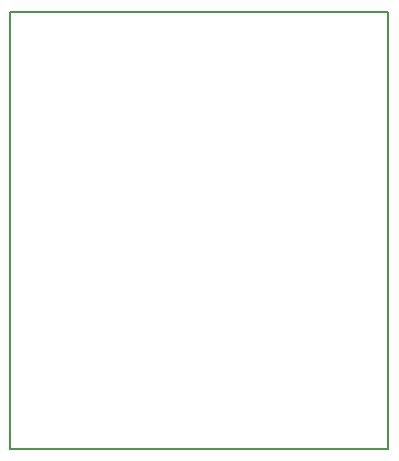
<source format=gbr>
G04 #@! TF.GenerationSoftware,KiCad,Pcbnew,(5.1.0)-1*
G04 #@! TF.CreationDate,2019-04-05T20:07:07+02:00*
G04 #@! TF.ProjectId,WiFi Environment Sensor Node,57694669-2045-46e7-9669-726f6e6d656e,rev?*
G04 #@! TF.SameCoordinates,Original*
G04 #@! TF.FileFunction,Profile,NP*
%FSLAX46Y46*%
G04 Gerber Fmt 4.6, Leading zero omitted, Abs format (unit mm)*
G04 Created by KiCad (PCBNEW (5.1.0)-1) date 2019-04-05 20:07:07*
%MOMM*%
%LPD*%
G04 APERTURE LIST*
%ADD10C,0.150000*%
G04 APERTURE END LIST*
D10*
X145000000Y-80000000D02*
X113000000Y-80000000D01*
X145000000Y-117000000D02*
X145000000Y-80000000D01*
X113000000Y-117000000D02*
X145000000Y-117000000D01*
X113000000Y-80000000D02*
X113000000Y-117000000D01*
M02*

</source>
